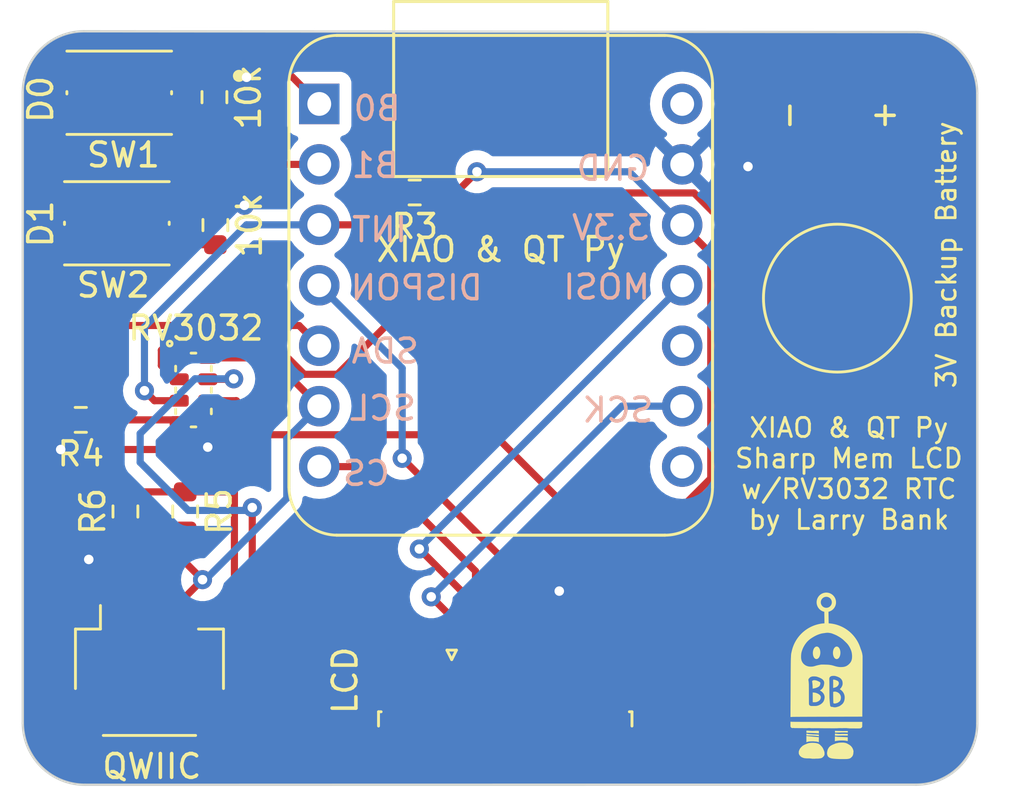
<source format=kicad_pcb>
(kicad_pcb (version 20221018) (generator pcbnew)
  (layers (0 "F.Cu" signal) (31 "B.Cu" signal) (34 "B.Paste" user) (35 "F.Paste" user) (36 "B.SilkS" user "B.Silkscreen") (37 "F.SilkS" user "F.Silkscreen") (38 "B.Mask" user) (39 "F.Mask" user) (44 "Edge.Cuts" user))
  (net 0 "")
  (net 1 "GND")
  (net 2 "+3.3V")
  (net 3 "SCL")
  (net 4 "SDA")
  (net 5 "Net-(R1-Pad1)")
  (net 6 "Net-(R2-Pad1)")
  (net 7 "BUTTON0")
  (net 8 "BUTTON1")
  (net 11 "VBATT")
  (net 12 "INT")
  (net 13 "Net-(RV3032-EVI)")
  (net 14 "CLKOUT")
  (net 15 "Net-(U1-PA11_A3_D3)")
  (net 16 "Net-(U1-PA7_A8_D8_SCK)")
  (net 17 "Net-(U1-PA6_A10_D10_MOSI)")
  (net 18 "Net-(U1-PB08_A6_D6_TX)")
  (footprint "Connector_FFC-FPC:TE_1-1734839-0_1x10-1MP_P0.5mm_Horizontal" (layer "F.Cu") (at 136.51 107.13)
    (fp_text reference "LCD" (at -6.73 0.72 90) (layer "F.SilkS"))
    (fp_text value "~")
    (pad "1" smd rect (at -2.25 -1.35) (size 0.3 1.1) (layers "F.Cu" "F.Paste" "F.Mask") (net 16 "Net-(U1-PA7_A8_D8_SCK)"))
    (pad "2" smd rect (at -1.75 -1.35) (size 0.3 1.1) (layers "F.Cu" "F.Paste" "F.Mask") (net 17 "Net-(U1-PA6_A10_D10_MOSI)"))
    (pad "3" smd rect (at -1.25 -1.35) (size 0.3 1.1) (layers "F.Cu" "F.Paste" "F.Mask") (net 18 "Net-(U1-PB08_A6_D6_TX)"))
    (pad "4" smd rect (at -0.75 -1.35) (size 0.3 1.1) (layers "F.Cu" "F.Paste" "F.Mask") (net 14 "CLKOUT"))
    (pad "5" smd rect (at -0.25 -1.35) (size 0.3 1.1) (layers "F.Cu" "F.Paste" "F.Mask") (net 15 "Net-(U1-PA11_A3_D3)"))
    (pad "6" smd rect (at 0.25 -1.35) (size 0.3 1.1) (layers "F.Cu" "F.Paste" "F.Mask") (net 2 "+3.3V"))
    (pad "7" smd rect (at 0.75 -1.35) (size 0.3 1.1) (layers "F.Cu" "F.Paste" "F.Mask") (net 2 "+3.3V"))
    (pad "8" smd rect (at 1.25 -1.35) (size 0.3 1.1) (layers "F.Cu" "F.Paste" "F.Mask") (net 2 "+3.3V"))
    (pad "9" smd rect (at 1.75 -1.35) (size 0.3 1.1) (layers "F.Cu" "F.Paste" "F.Mask") (net 1 "GND"))
    (pad "10" smd rect (at 2.25 -1.35) (size 0.3 1.1) (layers "F.Cu" "F.Paste" "F.Mask") (net 1 "GND"))
    (pad "MP" smd rect (at -3.92 0.35) (size 2.3 3.1) (layers "F.Cu" "F.Paste" "F.Mask"))
    (pad "MP" smd rect (at 3.92 0.35) (size 2.3 3.1) (layers "F.Cu" "F.Paste" "F.Mask"))
  )
  (footprint "Button_Switch_SMD:SW_Push_1P1T_NO_Vertical_Wuerth_434133025816" (layer "F.Cu") (at 120.19 88.645 180)
    (fp_text reference "SW2" (at 0.15 -2.6) (layer "F.SilkS"))
    (fp_text value "SW_Push" hide)
    (pad "1" smd rect (at -2.075 -1.075 180) (size 1.05 0.65) (layers "F.Cu" "F.Paste" "F.Mask") (net 6 "Net-(R2-Pad1)"))
    (pad "1" smd rect (at 2.075 -1.075 180) (size 1.05 0.65) (layers "F.Cu" "F.Paste" "F.Mask") (net 6 "Net-(R2-Pad1)"))
    (pad "2" smd rect (at -2.075 1.075 180) (size 1.05 0.65) (layers "F.Cu" "F.Paste" "F.Mask") (net 8 "BUTTON1"))
    (pad "2" smd rect (at 2.05 1.075 180) (size 1.05 0.65) (layers "F.Cu" "F.Paste" "F.Mask") (net 8 "BUTTON1"))
  )
  (footprint "Resistor_SMD:R_0603_1608Metric" (layer "F.Cu") (at 118.675 96.905 180)
    (fp_text reference "R4" (at 0 -1.43) (layer "F.SilkS"))
    (fp_text value "10K")
    (pad "1" smd roundrect (at -0.825 0 180) (size 0.8 0.95) (layers "F.Cu" "F.Paste" "F.Mask") (net 13 "Net-(RV3032-EVI)"))
    (pad "2" smd roundrect (at 0.825 0 180) (size 0.8 0.95) (layers "F.Cu" "F.Paste" "F.Mask") (net 1 "GND"))
  )
  (footprint "Resistor_SMD:R_0603_1608Metric" (layer "F.Cu") (at 124.33 88.72 90)
    (fp_text reference "R2" hide)
    (fp_text value "10k" (at 0 1.43 90) (layer "F.SilkS"))
    (pad "1" smd roundrect (at -0.825 0 90) (size 0.8 0.95) (layers "F.Cu" "F.Paste" "F.Mask") (net 6 "Net-(R2-Pad1)"))
    (pad "2" smd roundrect (at 0.825 0 90) (size 0.8 0.95) (layers "F.Cu" "F.Paste" "F.Mask") (net 1 "GND"))
  )
  (footprint "Sensor:RV_3032_C7" (layer "F.Cu") (at 129.01 98.9 -90)
    (fp_text reference "RV3032" (at -5.85 5.5 unlocked) (layer "F.SilkS"))
    (fp_text value "~")
    (pad "1" smd roundrect (at -4.6 6.2 270) (size 0.5 0.8) (layers "F.Cu" "F.Paste" "F.Mask") (net 11 "VBATT"))
    (pad "2" smd roundrect (at -3.7 6.2 270) (size 0.5 0.8) (layers "F.Cu" "F.Paste" "F.Mask") (net 4 "SDA"))
    (pad "3" smd roundrect (at -2.8 6.2 270) (size 0.5 0.8) (layers "F.Cu" "F.Paste" "F.Mask") (net 12 "INT"))
    (pad "4" smd roundrect (at -1.9 6.2 270) (size 0.5 0.8) (layers "F.Cu" "F.Paste" "F.Mask") (net 13 "Net-(RV3032-EVI)"))
    (pad "5" smd roundrect (at -1.9 5 270) (size 0.5 0.8) (layers "F.Cu" "F.Paste" "F.Mask") (net 1 "GND"))
    (pad "6" smd roundrect (at -2.8 5 270) (size 0.5 0.8) (layers "F.Cu" "F.Paste" "F.Mask") (net 2 "+3.3V"))
    (pad "7" smd roundrect (at -3.7 5 270) (size 0.5 0.8) (layers "F.Cu" "F.Paste" "F.Mask") (net 14 "CLKOUT"))
    (pad "8" smd roundrect (at -4.6 5 270) (size 0.5 0.8) (layers "F.Cu" "F.Paste" "F.Mask") (net 3 "SCL"))
  )
  (footprint "Larry:XIAO-Generic-Thruhole-14P-2.54-21X17.8MM" (layer "F.Cu") (at 136.32 91.25)
    (fp_text reference "U1" hide)
    (fp_text value "SeeeduinoXIAO" hide)
    (fp_text user "XIAO & QT Py" (at 0 -1.5 unlocked) (layer "F.SilkS"))
    (pad "1" thru_hole rect (at -7.625 -7.62) (size 1.7 1.7) (drill 1) (layers "*.Cu" "*.Mask") (net 7 "BUTTON0"))
    (pad "2" thru_hole circle (at -7.625 -5.08) (size 1.7 1.7) (drill 1) (layers "*.Cu" "*.Mask") (net 8 "BUTTON1"))
    (pad "3" thru_hole circle (at -7.625 -2.54) (size 1.7 1.7) (drill 1) (layers "*.Cu" "*.Mask") (net 12 "INT"))
    (pad "4" thru_hole circle (at -7.625 0) (size 1.7 1.7) (drill 1) (layers "*.Cu" "*.Mask") (net 15 "Net-(U1-PA11_A3_D3)"))
    (pad "5" thru_hole circle (at -7.625 2.54) (size 1.7 1.7) (drill 1) (layers "*.Cu" "*.Mask") (net 4 "SDA"))
    (pad "6" thru_hole circle (at -7.625 5.08 180) (size 1.7 1.7) (drill 1) (layers "*.Cu" "*.Mask") (net 3 "SCL"))
    (pad "7" thru_hole circle (at -7.625 7.62) (size 1.7 1.7) (drill 1) (layers "*.Cu" "*.Mask") (net 18 "Net-(U1-PB08_A6_D6_TX)"))
    (pad "8" thru_hole circle (at 7.625 7.62) (size 1.7 1.7) (drill 1) (layers "*.Cu" "*.Mask"))
    (pad "9" thru_hole circle (at 7.625 5.08) (size 1.7 1.7) (drill 1) (layers "*.Cu" "*.Mask") (net 16 "Net-(U1-PA7_A8_D8_SCK)"))
    (pad "10" thru_hole circle (at 7.625 2.54) (size 1.7 1.7) (drill 1) (layers "*.Cu" "*.Mask"))
    (pad "11" thru_hole circle (at 7.625 0) (size 1.7 1.7) (drill 1) (layers "*.Cu" "*.Mask") (net 17 "Net-(U1-PA6_A10_D10_MOSI)"))
    (pad "12" thru_hole circle (at 7.625 -2.54) (size 1.7 1.7) (drill 1) (layers "*.Cu" "*.Mask") (net 2 "+3.3V"))
    (pad "13" thru_hole circle (at 7.625 -5.08) (size 1.7 1.7) (drill 1) (layers "*.Cu" "*.Mask") (net 1 "GND"))
    (pad "14" thru_hole circle (at 7.625 -7.62) (size 1.7 1.7) (drill 1) (layers "*.Cu" "*.Mask"))
  )
  (footprint "Battery:CR44_Tabs" (layer "F.Cu") (at 158.06 88.79 -90)
    (fp_text reference "3V Backup Battery" (at 1.18 3.01 90 unlocked) (layer "F.SilkS") (effects (font (size 0.8 0.8) (thickness 0.12))))
    (fp_text value "Battery_Cell" hide)
    (fp_text user "-" (at -5.4 10.1 -90 unlocked) (layer "F.SilkS") (effects (justify left bottom)))
    (fp_text user "+" (at -5.4 6.1 -90 unlocked) (layer "F.SilkS") (effects (justify left bottom)))
    (pad "1" smd roundrect (at -2.5 5.5 270) (size 3 1) (layers "F.Cu" "F.Paste" "F.Mask") (net 11 "VBATT"))
    (pad "2" smd roundrect (at -2.5 9.5 270) (size 3 1) (layers "F.Cu" "F.Paste" "F.Mask") (net 1 "GND"))
  )
  (footprint "LOGO" (layer "F.Cu") (at 150.01 107.66)
    (fp_text reference "G***" hide)
    (fp_text value "LOGO" hide)
  )
  (footprint "Connector_JST:JST_SH_SM04B-SRSS-TB_1x04-1MP_P1.00mm_Horizontal" (layer "F.Cu") (at 121.56 107.48)
    (fp_text reference "QWIIC" (at 0.1 3.99) (layer "F.SilkS"))
    (fp_text value "QWIIC")
    (pad "1" smd roundrect (at -1.5 -2) (size 0.6 1.55) (layers "F.Cu" "F.Paste" "F.Mask") (net 1 "GND"))
    (pad "2" smd roundrect (at -0.5 -2) (size 0.6 1.55) (layers "F.Cu" "F.Paste" "F.Mask") (net 2 "+3.3V"))
    (pad "3" smd roundrect (at 0.5 -2) (size 0.6 1.55) (layers "F.Cu" "F.Paste" "F.Mask") (net 4 "SDA"))
    (pad "4" smd roundrect (at 1.5 -2) (size 0.6 1.55) (layers "F.Cu" "F.Paste" "F.Mask") (net 3 "SCL"))
    (pad "MP" smd roundrect (at -2.8 1.875) (size 1.2 1.8) (layers "F.Cu" "F.Paste" "F.Mask") (roundrect_rratio 0.2083333333))
    (pad "MP" smd roundrect (at 2.8 1.875) (size 1.2 1.8) (layers "F.Cu" "F.Paste" "F.Mask") (roundrect_rratio 0.2083333333))
  )
  (footprint "Resistor_SMD:R_0603_1608Metric" (layer "F.Cu") (at 132.705 87.35 180)
    (fp_text reference "R3" (at 0 -1.43) (layer "F.SilkS"))
    (fp_text value "100K")
    (pad "1" smd roundrect (at -0.825 0 180) (size 0.8 0.95) (layers "F.Cu" "F.Paste" "F.Mask") (net 2 "+3.3V"))
    (pad "2" smd roundrect (at 0.825 0 180) (size 0.8 0.95) (layers "F.Cu" "F.Paste" "F.Mask") (net 12 "INT"))
  )
  (footprint "Resistor_SMD:R_0603_1608Metric" (layer "F.Cu") (at 124.29 83.345 90)
    (fp_text reference "R1" hide)
    (fp_text value "10k" (at 0 1.43 90) (layer "F.SilkS"))
    (pad "1" smd roundrect (at -0.825 0 90) (size 0.8 0.95) (layers "F.Cu" "F.Paste" "F.Mask") (net 5 "Net-(R1-Pad1)"))
    (pad "2" smd roundrect (at 0.825 0 90) (size 0.8 0.95) (layers "F.Cu" "F.Paste" "F.Mask") (net 1 "GND"))
  )
  (footprint "Resistor_SMD:R_0603_1608Metric" (layer "F.Cu") (at 123.06 100.755 -90)
    (fp_text reference "R5" (at 0 -1.43 90) (layer "F.SilkS"))
    (fp_text value "4.7K")
    (pad "1" smd roundrect (at -0.825 0 270) (size 0.8 0.95) (layers "F.Cu" "F.Paste" "F.Mask") (net 2 "+3.3V"))
    (pad "2" smd roundrect (at 0.825 0 270) (size 0.8 0.95) (layers "F.Cu" "F.Paste" "F.Mask") (net 3 "SCL"))
  )
  (footprint "Button_Switch_SMD:SW_Push_1P1T_NO_Vertical_Wuerth_434133025816" (layer "F.Cu") (at 120.29 83.16)
    (fp_text reference "SW1" (at 0.175 2.615) (layer "F.SilkS"))
    (fp_text value "SW_Push" hide)
    (pad "1" smd rect (at -2.075 -1.075) (size 1.05 0.65) (layers "F.Cu" "F.Paste" "F.Mask") (net 7 "BUTTON0"))
    (pad "1" smd rect (at 2.075 -1.075) (size 1.05 0.65) (layers "F.Cu" "F.Paste" "F.Mask") (net 7 "BUTTON0"))
    (pad "2" smd rect (at -2.075 1.075) (size 1.05 0.65) (layers "F.Cu" "F.Paste" "F.Mask") (net 5 "Net-(R1-Pad1)"))
    (pad "2" smd rect (at 2.05 1.075) (size 1.05 0.65) (layers "F.Cu" "F.Paste" "F.Mask") (net 5 "Net-(R1-Pad1)"))
  )
  (footprint "Resistor_SMD:R_0603_1608Metric" (layer "F.Cu") (at 120.55 100.755 -90)
    (fp_text reference "R6" (at -0.005 1.37 90) (layer "F.SilkS"))
    (fp_text value "4.7K")
    (pad "1" smd roundrect (at -0.825 0 270) (size 0.8 0.95) (layers "F.Cu" "F.Paste" "F.Mask") (net 2 "+3.3V"))
    (pad "2" smd roundrect (at 0.825 0 270) (size 0.8 0.95) (layers "F.Cu" "F.Paste" "F.Mask") (net 4 "SDA"))
  )
  (gr_line (start 118.848517 112.237416) (end 153.772736 112.232736) (stroke (width 0.1)) (layer "Edge.Cuts"))
  (gr_arc (start 116.237264 83.147264) (mid 116.99 81.33) (end 118.807264 80.577264) (stroke (width 0.1)) (layer "Edge.Cuts"))
  (gr_arc (start 156.342736 109.662736) (mid 155.59 111.48) (end 153.772736 112.232736) (stroke (width 0.1)) (layer "Edge.Cuts"))
  (gr_line (start 156.34 83.18) (end 156.342736 109.662736) (stroke (width 0.1)) (layer "Edge.Cuts"))
  (gr_arc (start 118.848517 112.237416) (mid 117.01 111.48) (end 116.238518 109.64734) (stroke (width 0.1)) (layer "Edge.Cuts"))
  (gr_line (start 116.237264 83.147264) (end 116.238518 109.64734) (stroke (width 0.1)) (layer "Edge.Cuts"))
  (gr_line (start 118.807264 80.577264) (end 153.77 80.61) (stroke (width 0.1)) (layer "Edge.Cuts"))
  (gr_arc (start 153.77 80.61) (mid 155.587264 81.362736) (end 156.34 83.18) (stroke (width 0.1)) (layer "Edge.Cuts"))
  (gr_text "SCL" (at 132.85 97) (layer "B.SilkS") (effects (font (size 1 1)) (justify left bottom mirror)))
  (gr_text "SCK" (at 142.82 97.08) (layer "B.SilkS") (effects (font (size 1 1)) (justify left bottom mirror)))
  (gr_text "3.3V" (at 142.66 89.42) (layer "B.SilkS") (effects (font (size 1 1)) (justify left bottom mirror)))
  (gr_text "CS" (at 131.75 99.74) (layer "B.SilkS") (effects (font (size 1 1)) (justify left bottom mirror)))
  (gr_text "B0" (at 132.2 84.4) (layer "B.SilkS") (effects (font (size 1 1)) (justify left bottom mirror)))
  (gr_text "SDA" (at 132.97 94.6) (layer "B.SilkS") (effects (font (size 1 1)) (justify left bottom mirror)))
  (gr_text "DISPON" (at 135.65 91.94) (layer "B.SilkS") (effects (font (size 1 1)) (justify left bottom mirror)))
  (gr_text "INT" (at 132.47 89.5) (layer "B.SilkS") (effects (font (size 1 1)) (justify left bottom mirror)))
  (gr_text "MOSI" (at 142.68 91.91) (layer "B.SilkS") (effects (font (size 1 1)) (justify left bottom mirror)))
  (gr_text "GND" (at 142.66 86.92) (layer "B.SilkS") (effects (font (size 1 1)) (justify left bottom mirror)))
  (gr_text "B1" (at 132.12 86.8) (layer "B.SilkS") (effects (font (size 1 1)) (justify left bottom mirror)))
  (gr_text "D0" (at 116.99 83.44 90) (layer "F.SilkS") (effects (font (size 1 1))))
  (gr_text "XIAO & QT Py\nSharp Mem LCD\nw/RV3032 RTC\nby Larry Bank" (at 150.95 101.57) (layer "F.SilkS") (effects (font (size 0.8 0.8) (thickness 0.12)) (justify bottom)))
  (gr_text "D1" (at 116.99 88.67 90) (layer "F.SilkS") (effects (font (size 1 1))))
  (segment (start 124.33 87.895) (end 125.545 87.895) (width 0.3) (layer "F.Cu") (net 1))
  (segment (start 125.545 87.895) (end 125.55 87.89) (width 0.3) (layer "F.Cu") (net 1))
  (segment (start 148.56 86.29) (end 146.74 86.29) (width 0.3) (layer "F.Cu") (net 1))
  (segment (start 117.83 98.15) (end 123.91 98.15) (width 0.3) (layer "F.Cu") (net 1))
  (segment (start 123.91 98.15) (end 124.01 98.05) (width 0.3) (layer "F.Cu") (net 1))
  (segment (start 124.01 97) (end 124.01 98.05) (width 0.3) (layer "F.Cu") (net 1))
  (segment (start 124.29 82.52) (end 125.63 82.52) (width 0.3) (layer "F.Cu") (net 1))
  (segment (start 146.74 86.29) (end 146.71 86.26) (width 0.3) (layer "F.Cu") (net 1))
  (segment (start 138.76 105.78) (end 138.76 104.12) (width 0.3) (layer "F.Cu") (net 1))
  (segment (start 120.06 103.82) (end 119.01 102.77) (width 0.5) (layer "F.Cu") (net 1))
  (segment (start 138.76 104.12) (end 138.78 104.1) (width 0.3) (layer "F.Cu") (net 1))
  (segment (start 117.85 98.13) (end 117.83 98.15) (width 0.3) (layer "F.Cu") (net 1))
  (segment (start 117.85 96.905) (end 117.85 98.13) (width 0.3) (layer "F.Cu") (net 1))
  (segment (start 138.26 104.62) (end 138.78 104.1) (width 0.3) (layer "F.Cu") (net 1))
  (segment (start 125.63 82.52) (end 125.64 82.51) (width 0.3) (layer "F.Cu") (net 1))
  (segment (start 120.06 105.48) (end 120.06 103.82) (width 0.5) (layer "F.Cu") (net 1))
  (segment (start 138.26 105.78) (end 138.26 104.62) (width 0.3) (layer "F.Cu") (net 1))
  (via (at 125.64 82.51) (size 0.8) (drill 0.4) (layers "F.Cu" "B.Cu") (net 1))
  (via (at 119.01 102.77) (size 0.8) (drill 0.4) (layers "F.Cu" "B.Cu") (net 1))
  (via (at 125.55 87.89) (size 0.8) (drill 0.4) (layers "F.Cu" "B.Cu") (net 1))
  (via (at 124.01 98.05) (size 0.8) (drill 0.4) (layers "F.Cu" "B.Cu") (net 1))
  (via (at 138.78 104.1) (size 0.8) (drill 0.4) (layers "F.Cu" "B.Cu") (net 1))
  (via (at 117.83 98.15) (size 0.8) (drill 0.4) (layers "F.Cu" "B.Cu") (net 1))
  (via (at 146.71 86.26) (size 0.8) (drill 0.4) (layers "F.Cu" "B.Cu") (net 1))
  (segment (start 121.06 105.48) (end 121.06 105.962107) (width 0.3) (layer "F.Cu") (net 2))
  (segment (start 137.26 105.78) (end 137.26 104.14) (width 0.3) (layer "F.Cu") (net 2))
  (segment (start 137.26 104.14) (end 136.76 104.64) (width 0.3) (layer "F.Cu") (net 2))
  (segment (start 125.21 96.1) (end 126.64 97.53) (width 0.3) (layer "F.Cu") (net 2))
  (segment (start 145.145 99.367057) (end 143.072057 101.44) (width 0.3) (layer "F.Cu") (net 2))
  (segment (start 121.06 105.962107) (end 121.702893 106.605) (width 0.3) (layer "F.Cu") (net 2))
  (segment (start 125.13 105.36) (end 125.13 99.92) (width 0.3) (layer "F.Cu") (net 2))
  (segment (start 145.145 89.91) (end 145.145 99.367057) (width 0.3) (layer "F.Cu") (net 2))
  (segment (start 120.55 99.93) (end 123.06 99.93) (width 0.3) (layer "F.Cu") (net 2))
  (segment (start 143.072057 101.44) (end 139.96 101.44) (width 0.3) (layer "F.Cu") (net 2))
  (segment (start 137.76 105.78) (end 137.76 104.64) (width 0.3) (layer "F.Cu") (net 2))
  (segment (start 125.12 99.93) (end 125.13 99.92) (width 0.3) (layer "F.Cu") (net 2))
  (segment (start 123.06 99.93) (end 125.12 99.93) (width 0.3) (layer "F.Cu") (net 2))
  (segment (start 136.05 97.53) (end 139.96 101.44) (width 0.3) (layer "F.Cu") (net 2))
  (segment (start 125.13 96.18) (end 125.21 96.1) (width 0.3) (layer "F.Cu") (net 2))
  (segment (start 121.702893 106.605) (end 123.885 106.605) (width 0.3) (layer "F.Cu") (net 2))
  (segment (start 137.76 104.64) (end 137.26 104.14) (width 0.3) (layer "F.Cu") (net 2))
  (segment (start 124.01 96.1) (end 125.21 96.1) (width 0.3) (layer "F.Cu") (net 2))
  (segment (start 137.26 104.14) (end 139.96 101.44) (width 0.3) (layer "F.Cu") (net 2))
  (segment (start 123.885 106.605) (end 125.13 105.36) (width 0.3) (layer "F.Cu") (net 2))
  (segment (start 125.13 99.92) (end 125.13 96.18) (width 0.3) (layer "F.Cu") (net 2))
  (segment (start 133.53 87.35) (end 134.45 87.35) (width 0.3) (layer "F.Cu") (net 2))
  (segment (start 136.76 104.64) (end 136.76 105.78) (width 0.3) (layer "F.Cu") (net 2))
  (segment (start 126.64 97.53) (end 136.05 97.53) (width 0.3) (layer "F.Cu") (net 2))
  (segment (start 134.45 87.35) (end 135.32 86.48) (width 0.3) (layer "F.Cu") (net 2))
  (segment (start 143.945 88.71) (end 145.145 89.91) (width 0.3) (layer "F.Cu") (net 2))
  (via (at 135.32 86.48) (size 0.8) (drill 0.4) (layers "F.Cu" "B.Cu") (net 2))
  (segment (start 135.32 86.48) (end 141.715 86.48) (width 0.3) (layer "B.Cu") (net 2))
  (segment (start 141.715 86.48) (end 143.945 88.71) (width 0.3) (layer "B.Cu") (net 2))
  (segment (start 126.665 94.3) (end 128.695 96.33) (width 0.3) (layer "F.Cu") (net 3))
  (segment (start 123.06 104.35) (end 123.79 103.62) (width 0.3) (layer "F.Cu") (net 3))
  (segment (start 123.06 101.58) (end 123.06 102.89) (width 0.3) (layer "F.Cu") (net 3))
  (segment (start 124.01 94.3) (end 126.665 94.3) (width 0.3) (layer "F.Cu") (net 3))
  (segment (start 123.06 105.48) (end 123.06 104.35) (width 0.3) (layer "F.Cu") (net 3))
  (segment (start 123.06 102.89) (end 123.79 103.62) (width 0.3) (layer "F.Cu") (net 3))
  (via (at 123.79 103.62) (size 0.8) (drill 0.4) (layers "F.Cu" "B.Cu") (net 3))
  (segment (start 123.910661 103.62) (end 123.79 103.62) (width 0.3) (layer "B.Cu") (net 3))
  (segment (start 128.695 96.33) (end 127.33 97.695) (width 0.3) (layer "B.Cu") (net 3))
  (segment (start 127.33 97.695) (end 127.33 100.200661) (width 0.3) (layer "B.Cu") (net 3))
  (segment (start 127.33 100.200661) (end 123.910661 103.62) (width 0.3) (layer "B.Cu") (net 3))
  (segment (start 122.06 105.48) (end 122.06 104.759339) (width 0.3) (layer "F.Cu") (net 4))
  (segment (start 127.845 92.94) (end 123.098249 92.94) (width 0.3) (layer "F.Cu") (net 4))
  (segment (start 116.68 99.379339) (end 116.68 93.74) (width 0.3) (layer "F.Cu") (net 4))
  (segment (start 122.06 93.978249) (end 122.06 94.621751) (width 0.3) (layer "F.Cu") (net 4))
  (segment (start 123.098249 92.94) (end 122.06 93.978249) (width 0.3) (layer "F.Cu") (net 4))
  (segment (start 122.06 104.759339) (end 119.71533 102.41467) (width 0.3) (layer "F.Cu") (net 4))
  (segment (start 117.48 92.94) (end 123.098249 92.94) (width 0.3) (layer "F.Cu") (net 4))
  (segment (start 116.68 93.74) (end 117.48 92.94) (width 0.3) (layer "F.Cu") (net 4))
  (segment (start 120.55 101.58) (end 119.71533 102.41467) (width 0.3) (layer "F.Cu") (net 4))
  (segment (start 119.71533 102.41467) (end 116.68 99.379339) (width 0.3) (layer "F.Cu") (net 4))
  (segment (start 128.695 93.79) (end 127.845 92.94) (width 0.3) (layer "F.Cu") (net 4))
  (segment (start 122.638249 95.2) (end 122.81 95.2) (width 0.3) (layer "F.Cu") (net 4))
  (segment (start 122.06 94.621751) (end 122.638249 95.2) (width 0.3) (layer "F.Cu") (net 4))
  (segment (start 122.405 84.17) (end 122.34 84.235) (width 0.3) (layer "F.Cu") (net 5))
  (segment (start 122.34 84.235) (end 118.215 84.235) (width 0.3) (layer "F.Cu") (net 5))
  (segment (start 124.29 84.17) (end 122.405 84.17) (width 0.3) (layer "F.Cu") (net 5))
  (segment (start 122.265 89.72) (end 118.115 89.72) (width 0.3) (layer "F.Cu") (net 6))
  (segment (start 122.44 89.545) (end 122.265 89.72) (width 0.3) (layer "F.Cu") (net 6))
  (segment (start 124.33 89.545) (end 122.44 89.545) (width 0.3) (layer "F.Cu") (net 6))
  (segment (start 118.215 82.085) (end 122.365 82.085) (width 0.3) (layer "F.Cu") (net 7))
  (segment (start 128.695 83.63) (end 126.425 81.36) (width 0.3) (layer "F.Cu") (net 7))
  (segment (start 126.425 81.36) (end 123.09 81.36) (width 0.3) (layer "F.Cu") (net 7))
  (segment (start 123.09 81.36) (end 122.365 82.085) (width 0.3) (layer "F.Cu") (net 7))
  (segment (start 123.665 86.17) (end 122.265 87.57) (width 0.3) (layer "F.Cu") (net 8))
  (segment (start 128.695 86.17) (end 123.665 86.17) (width 0.3) (layer "F.Cu") (net 8))
  (segment (start 118.14 87.57) (end 122.265 87.57) (width 0.3) (layer "F.Cu") (net 8))
  (segment (start 152.56 86.29) (end 150.71 88.14) (width 0.3) (layer "F.Cu") (net 11))
  (segment (start 126.742106 93.67) (end 123.44 93.67) (width 0.3) (layer "F.Cu") (net 11))
  (segment (start 144.442057 87.37) (end 137.08 87.37) (width 0.3) (layer "F.Cu") (net 11))
  (segment (start 137.08 87.37) (end 129.46 94.99) (width 0.3) (layer "F.Cu") (net 11))
  (segment (start 150.71 88.14) (end 145.212057 88.14) (width 0.3) (layer "F.Cu") (net 11))
  (segment (start 145.212057 88.14) (end 144.442057 87.37) (width 0.3) (layer "F.Cu") (net 11))
  (segment (start 128.062106 94.99) (end 126.742106 93.67) (width 0.3) (layer "F.Cu") (net 11))
  (segment (start 123.44 93.67) (end 122.81 94.3) (width 0.3) (layer "F.Cu") (net 11))
  (segment (start 129.46 94.99) (end 128.062106 94.99) (width 0.3) (layer "F.Cu") (net 11))
  (segment (start 130.52 88.71) (end 131.88 87.35) (width 0.3) (layer "F.Cu") (net 12))
  (segment (start 122.81 96.1) (end 121.77 96.1) (width 0.3) (layer "F.Cu") (net 12))
  (segment (start 121.77 96.1) (end 121.35 95.68) (width 0.3) (layer "F.Cu") (net 12))
  (segment (start 128.695 88.71) (end 130.52 88.71) (width 0.3) (layer "F.Cu") (net 12))
  (via (at 121.35 95.68) (size 0.8) (drill 0.4) (layers "F.Cu" "B.Cu") (net 12))
  (segment (start 121.35 95.68) (end 121.35 93) (width 0.3) (layer "B.Cu") (net 12))
  (segment (start 121.35 93) (end 125.64 88.71) (width 0.3) (layer "B.Cu") (net 12))
  (segment (start 125.64 88.71) (end 128.695 88.71) (width 0.3) (layer "B.Cu") (net 12))
  (segment (start 122.715 96.905) (end 122.81 97) (width 0.3) (layer "F.Cu") (net 13))
  (segment (start 119.5 96.905) (end 122.715 96.905) (width 0.3) (layer "F.Cu") (net 13))
  (segment (start 124.01 95.2) (end 125.1 95.2) (width 0.3) (layer "F.Cu") (net 14))
  (segment (start 125.1 95.2) (end 125.1 95.18) (width 0.3) (layer "F.Cu") (net 14))
  (segment (start 131.28 109.38) (end 125.88 103.98) (width 0.3) (layer "F.Cu") (net 14))
  (segment (start 135.76 107.71) (end 134.09 109.38) (width 0.3) (layer "F.Cu") (net 14))
  (segment (start 134.09 109.38) (end 131.28 109.38) (width 0.3) (layer "F.Cu") (net 14))
  (segment (start 125.88 103.98) (end 125.88 100.59) (width 0.3) (layer "F.Cu") (net 14))
  (segment (start 135.76 105.78) (end 135.76 107.71) (width 0.3) (layer "F.Cu") (net 14))
  (via (at 125.1 95.18) (size 0.8) (drill 0.4) (layers "F.Cu" "B.Cu") (net 14))
  (via (at 125.88 100.59) (size 0.8) (drill 0.4) (layers "F.Cu" "B.Cu") (net 14))
  (segment (start 125.1 95.18) (end 123.47 95.18) (width 0.3) (layer "B.Cu") (net 14))
  (segment (start 121.17 97.48) (end 121.17 98.69) (width 0.3) (layer "B.Cu") (net 14))
  (segment (start 123.19 100.71) (end 125.76 100.71) (width 0.3) (layer "B.Cu") (net 14))
  (segment (start 121.17 98.69) (end 123.19 100.71) (width 0.3) (layer "B.Cu") (net 14))
  (segment (start 125.76 100.71) (end 125.88 100.59) (width 0.3) (layer "B.Cu") (net 14))
  (segment (start 123.47 95.18) (end 121.17 97.48) (width 0.3) (layer "B.Cu") (net 14))
  (segment (start 136.26 105.78) (end 136.26 102.6) (width 0.3) (layer "F.Cu") (net 15))
  (segment (start 136.26 102.6) (end 132.18 98.52) (width 0.3) (layer "F.Cu") (net 15))
  (via (at 132.18 98.52) (size 0.8) (drill 0.4) (layers "F.Cu" "B.Cu") (net 15))
  (segment (start 132.18 98.52) (end 132.18 94.735) (width 0.3) (layer "B.Cu") (net 15))
  (segment (start 132.18 94.735) (end 128.695 91.25) (width 0.3) (layer "B.Cu") (net 15))
  (segment (start 134.26 105.2) (end 133.4 104.34) (width 0.3) (layer "F.Cu") (net 16))
  (segment (start 134.26 105.78) (end 134.26 105.2) (width 0.3) (layer "F.Cu") (net 16))
  (via (at 133.4 104.34) (size 0.8) (drill 0.4) (layers "F.Cu" "B.Cu") (net 16))
  (segment (start 141.41 96.33) (end 143.945 96.33) (width 0.3) (layer "B.Cu") (net 16))
  (segment (start 133.4 104.34) (end 141.41 96.33) (width 0.3) (layer "B.Cu") (net 16))
  (segment (start 134.76 104.19) (end 132.9 102.33) (width 0.3) (layer "F.Cu") (net 17))
  (segment (start 134.76 105.78) (end 134.76 104.19) (width 0.3) (layer "F.Cu") (net 17))
  (via (at 132.9 102.33) (size 0.8) (drill 0.4) (layers "F.Cu" "B.Cu") (net 17))
  (segment (start 132.9 102.33) (end 132.9 102.295) (width 0.3) (layer "B.Cu") (net 17))
  (segment (start 132.9 102.295) (end 143.945 91.25) (width 0.3) (layer "B.Cu") (net 17))
  (segment (start 130.87 98.87) (end 128.695 98.87) (width 0.3) (layer "F.Cu") (net 18))
  (segment (start 135.26 103.26) (end 130.87 98.87) (width 0.3) (layer "F.Cu") (net 18))
  (segment (start 135.26 105.78) (end 135.26 103.26) (width 0.3) (layer "F.Cu") (net 18))
  (zone (net 1) (net_name "GND") (layer "B.Cu") (connect_pads (clearance 0.5)) (min_thickness 0.25) (fill yes (thermal_gap 0.5) (thermal_bridge_width 0.5))
    (polygon (pts (xy 115.28 80.05) (xy 157.1 80.13) (xy 157.03 112.93) (xy 115.36 112.93)))
  )
)
</source>
